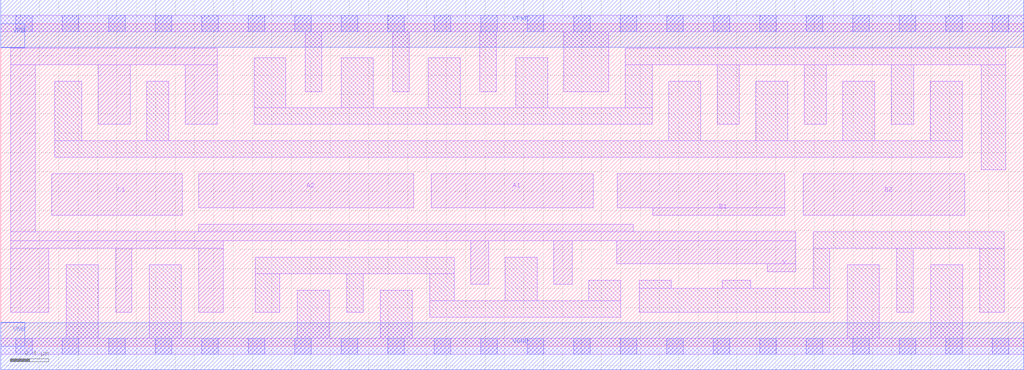
<source format=lef>
# Copyright 2020 The SkyWater PDK Authors
#
# Licensed under the Apache License, Version 2.0 (the "License");
# you may not use this file except in compliance with the License.
# You may obtain a copy of the License at
#
#     https://www.apache.org/licenses/LICENSE-2.0
#
# Unless required by applicable law or agreed to in writing, software
# distributed under the License is distributed on an "AS IS" BASIS,
# WITHOUT WARRANTIES OR CONDITIONS OF ANY KIND, either express or implied.
# See the License for the specific language governing permissions and
# limitations under the License.
#
# SPDX-License-Identifier: Apache-2.0

VERSION 5.5 ;
NAMESCASESENSITIVE ON ;
BUSBITCHARS "[]" ;
DIVIDERCHAR "/" ;
MACRO sky130_fd_sc_hs__a221oi_4
  CLASS CORE ;
  SOURCE USER ;
  ORIGIN  0.000000  0.000000 ;
  SIZE  10.56000 BY  3.330000 ;
  SYMMETRY X Y ;
  SITE unit ;
  PIN A1
    ANTENNAGATEAREA  1.116000 ;
    DIRECTION INPUT ;
    USE SIGNAL ;
    PORT
      LAYER li1 ;
        RECT 4.445000 1.430000 6.115000 1.780000 ;
    END
  END A1
  PIN A2
    ANTENNAGATEAREA  1.116000 ;
    DIRECTION INPUT ;
    USE SIGNAL ;
    PORT
      LAYER li1 ;
        RECT 2.045000 1.430000 4.265000 1.780000 ;
    END
  END A2
  PIN B1
    ANTENNAGATEAREA  1.116000 ;
    DIRECTION INPUT ;
    USE SIGNAL ;
    PORT
      LAYER li1 ;
        RECT 6.365000 1.430000 8.095000 1.780000 ;
        RECT 6.730000 1.350000 8.095000 1.430000 ;
    END
  END B1
  PIN B2
    ANTENNAGATEAREA  1.116000 ;
    DIRECTION INPUT ;
    USE SIGNAL ;
    PORT
      LAYER li1 ;
        RECT 8.285000 1.350000 9.955000 1.780000 ;
    END
  END B2
  PIN C1
    ANTENNAGATEAREA  1.116000 ;
    DIRECTION INPUT ;
    USE SIGNAL ;
    PORT
      LAYER li1 ;
        RECT 0.525000 1.350000 1.875000 1.780000 ;
    END
  END C1
  PIN Y
    ANTENNADIFFAREA  2.380200 ;
    DIRECTION OUTPUT ;
    USE SIGNAL ;
    PORT
      LAYER li1 ;
        RECT 0.105000 0.350000 0.495000 1.010000 ;
        RECT 0.105000 1.010000 2.295000 1.090000 ;
        RECT 0.105000 1.090000 8.210000 1.180000 ;
        RECT 0.105000 1.180000 0.355000 2.905000 ;
        RECT 0.105000 2.905000 2.235000 3.075000 ;
        RECT 1.005000 2.290000 1.335000 2.905000 ;
        RECT 1.185000 0.350000 1.355000 1.010000 ;
        RECT 1.905000 2.290000 2.235000 2.905000 ;
        RECT 2.045000 0.350000 2.295000 1.010000 ;
        RECT 2.045000 1.180000 6.530000 1.260000 ;
        RECT 4.850000 0.640000 5.040000 1.090000 ;
        RECT 5.710000 0.640000 5.900000 1.090000 ;
        RECT 6.360000 0.850000 8.210000 1.090000 ;
        RECT 7.915000 0.770000 8.210000 0.850000 ;
    END
  END Y
  PIN VGND
    DIRECTION INOUT ;
    USE GROUND ;
    PORT
      LAYER met1 ;
        RECT 0.000000 -0.245000 10.560000 0.245000 ;
    END
  END VGND
  PIN VNB
    DIRECTION INOUT ;
    USE GROUND ;
    PORT
      LAYER met1 ;
        RECT 0.000000 0.000000 0.250000 0.250000 ;
    END
  END VNB
  PIN VPB
    DIRECTION INOUT ;
    USE POWER ;
    PORT
      LAYER met1 ;
        RECT 0.000000 3.080000 0.250000 3.330000 ;
    END
  END VPB
  PIN VPWR
    DIRECTION INOUT ;
    USE POWER ;
    PORT
      LAYER met1 ;
        RECT 0.000000 3.085000 10.560000 3.575000 ;
    END
  END VPWR
  OBS
    LAYER li1 ;
      RECT  0.000000 -0.085000 10.560000 0.085000 ;
      RECT  0.000000  3.245000 10.560000 3.415000 ;
      RECT  0.555000  1.950000  9.925000 2.120000 ;
      RECT  0.555000  2.120000  0.835000 2.735000 ;
      RECT  0.675000  0.085000  1.005000 0.840000 ;
      RECT  1.505000  2.120000  1.735000 2.735000 ;
      RECT  1.535000  0.085000  1.865000 0.840000 ;
      RECT  2.615000  2.290000  6.725000 2.460000 ;
      RECT  2.615000  2.460000  2.945000 2.980000 ;
      RECT  2.630000  0.350000  2.880000 0.750000 ;
      RECT  2.630000  0.750000  4.680000 0.920000 ;
      RECT  3.060000  0.085000  3.390000 0.580000 ;
      RECT  3.145000  2.630000  3.315000 3.245000 ;
      RECT  3.515000  2.460000  3.845000 2.980000 ;
      RECT  3.570000  0.350000  3.740000 0.750000 ;
      RECT  3.920000  0.085000  4.250000 0.580000 ;
      RECT  4.045000  2.630000  4.215000 3.245000 ;
      RECT  4.415000  2.460000  4.745000 2.980000 ;
      RECT  4.430000  0.300000  6.400000 0.470000 ;
      RECT  4.430000  0.470000  4.680000 0.750000 ;
      RECT  4.945000  2.630000  5.115000 3.245000 ;
      RECT  5.210000  0.470000  5.540000 0.920000 ;
      RECT  5.315000  2.460000  5.645000 2.980000 ;
      RECT  5.815000  2.630000  6.275000 3.245000 ;
      RECT  6.070000  0.470000  6.400000 0.680000 ;
      RECT  6.445000  2.460000  6.725000 2.905000 ;
      RECT  6.445000  2.905000 10.375000 3.075000 ;
      RECT  6.590000  0.350000  8.560000 0.600000 ;
      RECT  6.590000  0.600000  6.920000 0.680000 ;
      RECT  6.895000  2.120000  7.225000 2.735000 ;
      RECT  7.395000  2.290000  7.625000 2.905000 ;
      RECT  7.450000  0.600000  7.745000 0.680000 ;
      RECT  7.795000  2.120000  8.125000 2.735000 ;
      RECT  8.295000  2.290000  8.525000 2.905000 ;
      RECT  8.390000  0.600000  8.560000 1.010000 ;
      RECT  8.390000  1.010000 10.360000 1.180000 ;
      RECT  8.695000  2.120000  9.025000 2.735000 ;
      RECT  8.740000  0.085000  9.070000 0.840000 ;
      RECT  9.195000  2.290000  9.425000 2.905000 ;
      RECT  9.250000  0.350000  9.420000 1.010000 ;
      RECT  9.595000  2.120000  9.925000 2.735000 ;
      RECT  9.600000  0.085000  9.930000 0.840000 ;
      RECT 10.110000  0.350000 10.360000 1.010000 ;
      RECT 10.125000  1.820000 10.375000 2.905000 ;
    LAYER mcon ;
      RECT  0.155000 -0.085000  0.325000 0.085000 ;
      RECT  0.155000  3.245000  0.325000 3.415000 ;
      RECT  0.635000 -0.085000  0.805000 0.085000 ;
      RECT  0.635000  3.245000  0.805000 3.415000 ;
      RECT  1.115000 -0.085000  1.285000 0.085000 ;
      RECT  1.115000  3.245000  1.285000 3.415000 ;
      RECT  1.595000 -0.085000  1.765000 0.085000 ;
      RECT  1.595000  3.245000  1.765000 3.415000 ;
      RECT  2.075000 -0.085000  2.245000 0.085000 ;
      RECT  2.075000  3.245000  2.245000 3.415000 ;
      RECT  2.555000 -0.085000  2.725000 0.085000 ;
      RECT  2.555000  3.245000  2.725000 3.415000 ;
      RECT  3.035000 -0.085000  3.205000 0.085000 ;
      RECT  3.035000  3.245000  3.205000 3.415000 ;
      RECT  3.515000 -0.085000  3.685000 0.085000 ;
      RECT  3.515000  3.245000  3.685000 3.415000 ;
      RECT  3.995000 -0.085000  4.165000 0.085000 ;
      RECT  3.995000  3.245000  4.165000 3.415000 ;
      RECT  4.475000 -0.085000  4.645000 0.085000 ;
      RECT  4.475000  3.245000  4.645000 3.415000 ;
      RECT  4.955000 -0.085000  5.125000 0.085000 ;
      RECT  4.955000  3.245000  5.125000 3.415000 ;
      RECT  5.435000 -0.085000  5.605000 0.085000 ;
      RECT  5.435000  3.245000  5.605000 3.415000 ;
      RECT  5.915000 -0.085000  6.085000 0.085000 ;
      RECT  5.915000  3.245000  6.085000 3.415000 ;
      RECT  6.395000 -0.085000  6.565000 0.085000 ;
      RECT  6.395000  3.245000  6.565000 3.415000 ;
      RECT  6.875000 -0.085000  7.045000 0.085000 ;
      RECT  6.875000  3.245000  7.045000 3.415000 ;
      RECT  7.355000 -0.085000  7.525000 0.085000 ;
      RECT  7.355000  3.245000  7.525000 3.415000 ;
      RECT  7.835000 -0.085000  8.005000 0.085000 ;
      RECT  7.835000  3.245000  8.005000 3.415000 ;
      RECT  8.315000 -0.085000  8.485000 0.085000 ;
      RECT  8.315000  3.245000  8.485000 3.415000 ;
      RECT  8.795000 -0.085000  8.965000 0.085000 ;
      RECT  8.795000  3.245000  8.965000 3.415000 ;
      RECT  9.275000 -0.085000  9.445000 0.085000 ;
      RECT  9.275000  3.245000  9.445000 3.415000 ;
      RECT  9.755000 -0.085000  9.925000 0.085000 ;
      RECT  9.755000  3.245000  9.925000 3.415000 ;
      RECT 10.235000 -0.085000 10.405000 0.085000 ;
      RECT 10.235000  3.245000 10.405000 3.415000 ;
  END
END sky130_fd_sc_hs__a221oi_4
END LIBRARY

</source>
